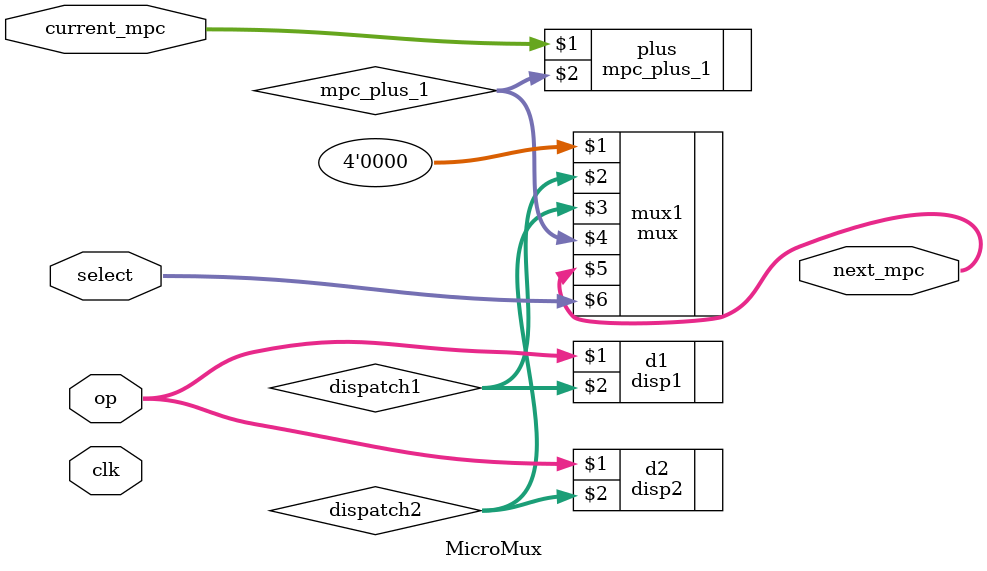
<source format=v>
`timescale 1ns / 1ps
module MicroMux(
                input wire clk,
					 input wire[5:0] op,
					 input wire[3:0] current_mpc,
					 input wire[1:0] select,
					 output wire[3:0] next_mpc
    );
wire[3:0] mpc_plus_1,dispatch1,dispatch2;

mux mux1(4'b0000,dispatch1,dispatch2,mpc_plus_1,next_mpc,select);

mpc_plus_1 plus(current_mpc,mpc_plus_1);

disp1 d1(op,dispatch1);
disp2 d2(op,dispatch2);

endmodule

</source>
